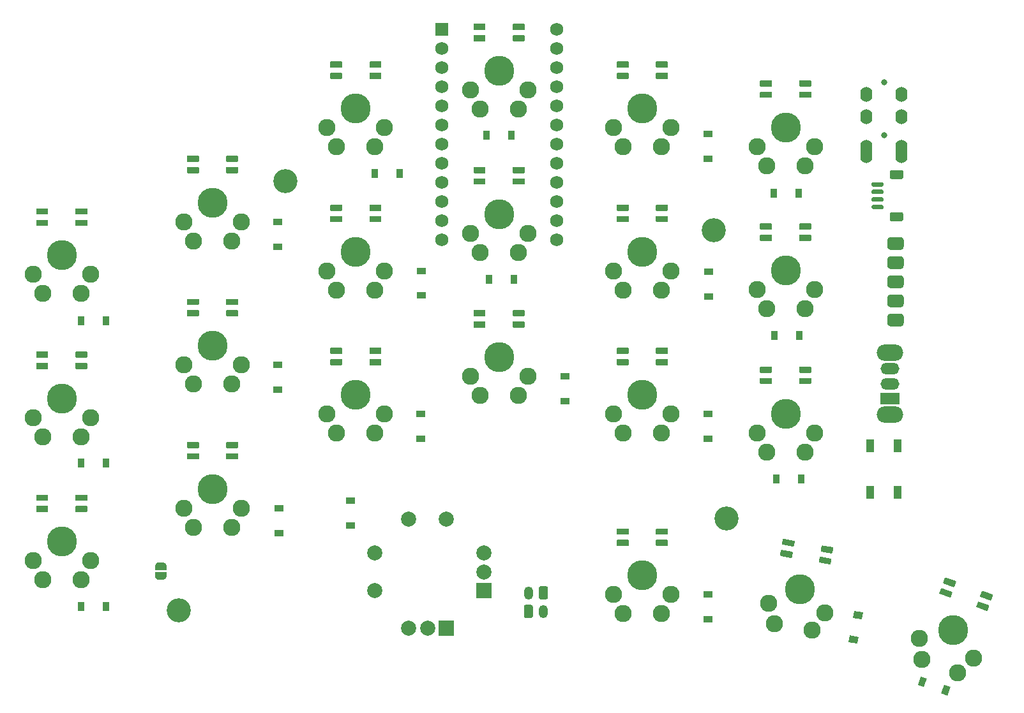
<source format=gbr>
%TF.GenerationSoftware,KiCad,Pcbnew,(5.1.10)-1*%
%TF.CreationDate,2021-12-15T17:12:06-08:00*%
%TF.ProjectId,luakeeb,6c75616b-6565-4622-9e6b-696361645f70,rev?*%
%TF.SameCoordinates,Original*%
%TF.FileFunction,Soldermask,Bot*%
%TF.FilePolarity,Negative*%
%FSLAX46Y46*%
G04 Gerber Fmt 4.6, Leading zero omitted, Abs format (unit mm)*
G04 Created by KiCad (PCBNEW (5.1.10)-1) date 2021-12-15 17:12:06*
%MOMM*%
%LPD*%
G01*
G04 APERTURE LIST*
%ADD10O,3.500000X2.200000*%
%ADD11O,2.500000X1.500000*%
%ADD12R,2.500000X1.500000*%
%ADD13O,1.200000X1.750000*%
%ADD14C,2.286000*%
%ADD15C,3.987800*%
%ADD16R,2.000000X2.000000*%
%ADD17C,2.000000*%
%ADD18C,0.100000*%
%ADD19R,0.900000X1.200000*%
%ADD20C,3.200000*%
%ADD21R,1.100000X1.800000*%
%ADD22O,1.600000X2.000000*%
%ADD23C,0.800000*%
%ADD24R,1.200000X0.900000*%
%ADD25R,1.752600X1.752600*%
%ADD26C,1.752600*%
G04 APERTURE END LIST*
D10*
%TO.C,SW17*%
X150852593Y-77958404D03*
X150852593Y-86158404D03*
D11*
X150852593Y-80058404D03*
X150852593Y-82058404D03*
D12*
X150852593Y-84058404D03*
%TD*%
D13*
%TO.C,J5*%
X104882593Y-112298404D03*
G36*
G01*
X102282593Y-112923405D02*
X102282593Y-111673403D01*
G75*
G02*
X102532592Y-111423404I249999J0D01*
G01*
X103232594Y-111423404D01*
G75*
G02*
X103482593Y-111673403I0J-249999D01*
G01*
X103482593Y-112923405D01*
G75*
G02*
X103232594Y-113173404I-249999J0D01*
G01*
X102532592Y-113173404D01*
G75*
G02*
X102282593Y-112923405I0J249999D01*
G01*
G37*
%TD*%
%TO.C,J4*%
X102872593Y-109818404D03*
G36*
G01*
X105472593Y-109193403D02*
X105472593Y-110443405D01*
G75*
G02*
X105222594Y-110693404I-249999J0D01*
G01*
X104522592Y-110693404D01*
G75*
G02*
X104272593Y-110443405I0J249999D01*
G01*
X104272593Y-109193403D01*
G75*
G02*
X104522592Y-108943404I249999J0D01*
G01*
X105222594Y-108943404D01*
G75*
G02*
X105472593Y-109193403I0J-249999D01*
G01*
G37*
%TD*%
%TO.C,J2*%
G36*
G01*
X152362594Y-54898404D02*
X151062592Y-54898404D01*
G75*
G02*
X150812593Y-54648405I0J249999D01*
G01*
X150812593Y-53948403D01*
G75*
G02*
X151062592Y-53698404I249999J0D01*
G01*
X152362594Y-53698404D01*
G75*
G02*
X152612593Y-53948403I0J-249999D01*
G01*
X152612593Y-54648405D01*
G75*
G02*
X152362594Y-54898404I-249999J0D01*
G01*
G37*
G36*
G01*
X152362594Y-60498404D02*
X151062592Y-60498404D01*
G75*
G02*
X150812593Y-60248405I0J249999D01*
G01*
X150812593Y-59548403D01*
G75*
G02*
X151062592Y-59298404I249999J0D01*
G01*
X152362594Y-59298404D01*
G75*
G02*
X152612593Y-59548403I0J-249999D01*
G01*
X152612593Y-60248405D01*
G75*
G02*
X152362594Y-60498404I-249999J0D01*
G01*
G37*
G36*
G01*
X149812593Y-55898404D02*
X148562593Y-55898404D01*
G75*
G02*
X148412593Y-55748404I0J150000D01*
G01*
X148412593Y-55448404D01*
G75*
G02*
X148562593Y-55298404I150000J0D01*
G01*
X149812593Y-55298404D01*
G75*
G02*
X149962593Y-55448404I0J-150000D01*
G01*
X149962593Y-55748404D01*
G75*
G02*
X149812593Y-55898404I-150000J0D01*
G01*
G37*
G36*
G01*
X149812593Y-56898404D02*
X148562593Y-56898404D01*
G75*
G02*
X148412593Y-56748404I0J150000D01*
G01*
X148412593Y-56448404D01*
G75*
G02*
X148562593Y-56298404I150000J0D01*
G01*
X149812593Y-56298404D01*
G75*
G02*
X149962593Y-56448404I0J-150000D01*
G01*
X149962593Y-56748404D01*
G75*
G02*
X149812593Y-56898404I-150000J0D01*
G01*
G37*
G36*
G01*
X149812593Y-57898404D02*
X148562593Y-57898404D01*
G75*
G02*
X148412593Y-57748404I0J150000D01*
G01*
X148412593Y-57448404D01*
G75*
G02*
X148562593Y-57298404I150000J0D01*
G01*
X149812593Y-57298404D01*
G75*
G02*
X149962593Y-57448404I0J-150000D01*
G01*
X149962593Y-57748404D01*
G75*
G02*
X149812593Y-57898404I-150000J0D01*
G01*
G37*
G36*
G01*
X149812593Y-58898404D02*
X148562593Y-58898404D01*
G75*
G02*
X148412593Y-58748404I0J150000D01*
G01*
X148412593Y-58448404D01*
G75*
G02*
X148562593Y-58298404I150000J0D01*
G01*
X149812593Y-58298404D01*
G75*
G02*
X149962593Y-58448404I0J-150000D01*
G01*
X149962593Y-58748404D01*
G75*
G02*
X149812593Y-58898404I-150000J0D01*
G01*
G37*
%TD*%
D14*
%TO.C,SW16*%
X44807588Y-105566485D03*
D15*
X40997588Y-103026485D03*
D14*
X38457588Y-108106485D03*
X43537588Y-108106485D03*
X37187588Y-105566485D03*
%TD*%
%TO.C,SW10*%
X44807589Y-86566486D03*
D15*
X40997589Y-84026486D03*
D14*
X38457589Y-89106486D03*
X43537589Y-89106486D03*
X37187589Y-86566486D03*
%TD*%
%TO.C,SW9*%
X44807589Y-67566487D03*
D15*
X40997589Y-65026487D03*
D14*
X38457589Y-70106487D03*
X43537589Y-70106487D03*
X37187589Y-67566487D03*
%TD*%
%TO.C,SW35*%
X161913614Y-118481872D03*
D15*
X159202116Y-114791956D03*
D14*
X155077834Y-118696863D03*
X159851473Y-120434326D03*
X154753156Y-115875679D03*
%TD*%
%TO.C,SW34*%
X142228725Y-112519768D03*
D15*
X138917674Y-109356757D03*
D14*
X135534130Y-113918514D03*
X140536953Y-114800647D03*
X134724490Y-111196569D03*
%TD*%
%TO.C,SW25*%
X140807585Y-88566487D03*
D15*
X136997585Y-86026487D03*
D14*
X134457585Y-91106487D03*
X139537585Y-91106487D03*
X133187585Y-88566487D03*
%TD*%
%TO.C,SW24*%
X121807586Y-86066487D03*
D15*
X117997586Y-83526487D03*
D14*
X115457586Y-88606487D03*
X120537586Y-88606487D03*
X114187586Y-86066487D03*
%TD*%
%TO.C,SW23*%
X102807586Y-81066487D03*
D15*
X98997586Y-78526487D03*
D14*
X96457586Y-83606487D03*
X101537586Y-83606487D03*
X95187586Y-81066487D03*
%TD*%
%TO.C,SW22*%
X83807587Y-86066486D03*
D15*
X79997587Y-83526486D03*
D14*
X77457587Y-88606486D03*
X82537587Y-88606486D03*
X76187587Y-86066486D03*
%TD*%
%TO.C,SW21*%
X64807588Y-98566485D03*
D15*
X60997588Y-96026485D03*
D14*
X58457588Y-101106485D03*
X63537588Y-101106485D03*
X57187588Y-98566485D03*
%TD*%
%TO.C,SW15*%
X140807585Y-69566488D03*
D15*
X136997585Y-67026488D03*
D14*
X134457585Y-72106488D03*
X139537585Y-72106488D03*
X133187585Y-69566488D03*
%TD*%
%TO.C,SW14*%
X121807586Y-67066487D03*
D15*
X117997586Y-64526487D03*
D14*
X115457586Y-69606487D03*
X120537586Y-69606487D03*
X114187586Y-67066487D03*
%TD*%
%TO.C,SW13*%
X102807587Y-62066487D03*
D15*
X98997587Y-59526487D03*
D14*
X96457587Y-64606487D03*
X101537587Y-64606487D03*
X95187587Y-62066487D03*
%TD*%
%TO.C,SW12*%
X83807588Y-67066487D03*
D15*
X79997588Y-64526487D03*
D14*
X77457588Y-69606487D03*
X82537588Y-69606487D03*
X76187588Y-67066487D03*
%TD*%
%TO.C,SW11*%
X64807589Y-79566486D03*
D15*
X60997589Y-77026486D03*
D14*
X58457589Y-82106486D03*
X63537589Y-82106486D03*
X57187589Y-79566486D03*
%TD*%
%TO.C,SW6*%
X121807586Y-110066487D03*
D15*
X117997586Y-107526487D03*
D14*
X115457586Y-112606487D03*
X120537586Y-112606487D03*
X114187586Y-110066487D03*
%TD*%
%TO.C,SW5*%
X140807585Y-50566489D03*
D15*
X136997585Y-48026489D03*
D14*
X134457585Y-53106489D03*
X139537585Y-53106489D03*
X133187585Y-50566489D03*
%TD*%
%TO.C,SW4*%
X121807586Y-48066488D03*
D15*
X117997586Y-45526488D03*
D14*
X115457586Y-50606488D03*
X120537586Y-50606488D03*
X114187586Y-48066488D03*
%TD*%
%TO.C,SW3*%
X102807587Y-43066488D03*
D15*
X98997587Y-40526488D03*
D14*
X96457587Y-45606488D03*
X101537587Y-45606488D03*
X95187587Y-43066488D03*
%TD*%
%TO.C,SW2*%
X83807588Y-48066488D03*
D15*
X79997588Y-45526488D03*
D14*
X77457588Y-50606488D03*
X82537588Y-50606488D03*
X76187588Y-48066488D03*
%TD*%
%TO.C,SW1*%
X64807589Y-60566487D03*
D15*
X60997589Y-58026487D03*
D14*
X58457589Y-63106487D03*
X63537589Y-63106487D03*
X57187589Y-60566487D03*
%TD*%
D16*
%TO.C,SW42*%
X97011926Y-109529268D03*
D17*
X97011926Y-107029268D03*
X97011926Y-104529268D03*
X82511926Y-109529268D03*
X82511926Y-104529268D03*
%TD*%
D18*
%TO.C,JP1*%
G36*
X53391494Y-106272505D02*
G01*
X53391494Y-106247971D01*
X53396304Y-106199140D01*
X53405876Y-106151015D01*
X53420120Y-106104060D01*
X53438897Y-106058727D01*
X53462028Y-106015454D01*
X53489288Y-105974655D01*
X53520416Y-105936726D01*
X53555113Y-105902029D01*
X53593042Y-105870901D01*
X53633841Y-105843641D01*
X53677114Y-105820510D01*
X53722447Y-105801733D01*
X53769402Y-105787489D01*
X53817527Y-105777917D01*
X53866358Y-105773107D01*
X53890892Y-105773107D01*
X53890892Y-105772505D01*
X54390892Y-105772505D01*
X54390892Y-105773107D01*
X54415426Y-105773107D01*
X54464257Y-105777917D01*
X54512382Y-105787489D01*
X54559337Y-105801733D01*
X54604670Y-105820510D01*
X54647943Y-105843641D01*
X54688742Y-105870901D01*
X54726671Y-105902029D01*
X54761368Y-105936726D01*
X54792496Y-105974655D01*
X54819756Y-106015454D01*
X54842887Y-106058727D01*
X54861664Y-106104060D01*
X54875908Y-106151015D01*
X54885480Y-106199140D01*
X54890290Y-106247971D01*
X54890290Y-106272505D01*
X54890892Y-106272505D01*
X54890892Y-106772505D01*
X53390892Y-106772505D01*
X53390892Y-106272505D01*
X53391494Y-106272505D01*
G37*
G36*
X54890892Y-107072505D02*
G01*
X54890892Y-107572505D01*
X54890290Y-107572505D01*
X54890290Y-107597039D01*
X54885480Y-107645870D01*
X54875908Y-107693995D01*
X54861664Y-107740950D01*
X54842887Y-107786283D01*
X54819756Y-107829556D01*
X54792496Y-107870355D01*
X54761368Y-107908284D01*
X54726671Y-107942981D01*
X54688742Y-107974109D01*
X54647943Y-108001369D01*
X54604670Y-108024500D01*
X54559337Y-108043277D01*
X54512382Y-108057521D01*
X54464257Y-108067093D01*
X54415426Y-108071903D01*
X54390892Y-108071903D01*
X54390892Y-108072505D01*
X53890892Y-108072505D01*
X53890892Y-108071903D01*
X53866358Y-108071903D01*
X53817527Y-108067093D01*
X53769402Y-108057521D01*
X53722447Y-108043277D01*
X53677114Y-108024500D01*
X53633841Y-108001369D01*
X53593042Y-107974109D01*
X53555113Y-107942981D01*
X53520416Y-107908284D01*
X53489288Y-107870355D01*
X53462028Y-107829556D01*
X53438897Y-107786283D01*
X53420120Y-107740950D01*
X53405876Y-107693995D01*
X53396304Y-107645870D01*
X53391494Y-107597039D01*
X53391494Y-107572505D01*
X53390892Y-107572505D01*
X53390892Y-107072505D01*
X54890892Y-107072505D01*
G37*
%TD*%
D19*
%TO.C,D86*%
X43542393Y-111673704D03*
X46842393Y-111673704D03*
%TD*%
%TO.C,D83*%
X46842393Y-92572904D03*
X43542393Y-92572904D03*
%TD*%
%TO.C,D82*%
X43580493Y-73700704D03*
X46880493Y-73700704D03*
%TD*%
%TO.C,D79*%
G36*
G01*
X39115589Y-59606488D02*
X37679589Y-59606488D01*
G75*
G02*
X37597589Y-59524488I0J82000D01*
G01*
X37597589Y-58868488D01*
G75*
G02*
X37679589Y-58786488I82000J0D01*
G01*
X39115589Y-58786488D01*
G75*
G02*
X39197589Y-58868488I0J-82000D01*
G01*
X39197589Y-59524488D01*
G75*
G02*
X39115589Y-59606488I-82000J0D01*
G01*
G37*
G36*
G01*
X39115589Y-61106488D02*
X37679589Y-61106488D01*
G75*
G02*
X37597589Y-61024488I0J82000D01*
G01*
X37597589Y-60368488D01*
G75*
G02*
X37679589Y-60286488I82000J0D01*
G01*
X39115589Y-60286488D01*
G75*
G02*
X39197589Y-60368488I0J-82000D01*
G01*
X39197589Y-61024488D01*
G75*
G02*
X39115589Y-61106488I-82000J0D01*
G01*
G37*
G36*
G01*
X44315589Y-59606488D02*
X42879589Y-59606488D01*
G75*
G02*
X42797589Y-59524488I0J82000D01*
G01*
X42797589Y-58868488D01*
G75*
G02*
X42879589Y-58786488I82000J0D01*
G01*
X44315589Y-58786488D01*
G75*
G02*
X44397589Y-58868488I0J-82000D01*
G01*
X44397589Y-59524488D01*
G75*
G02*
X44315589Y-59606488I-82000J0D01*
G01*
G37*
G36*
G01*
X44315589Y-61106488D02*
X42879589Y-61106488D01*
G75*
G02*
X42797589Y-61024488I0J82000D01*
G01*
X42797589Y-60368488D01*
G75*
G02*
X42879589Y-60286488I82000J0D01*
G01*
X44315589Y-60286488D01*
G75*
G02*
X44397589Y-60368488I0J-82000D01*
G01*
X44397589Y-61024488D01*
G75*
G02*
X44315589Y-61106488I-82000J0D01*
G01*
G37*
%TD*%
%TO.C,D77*%
G36*
G01*
X39115589Y-78606487D02*
X37679589Y-78606487D01*
G75*
G02*
X37597589Y-78524487I0J82000D01*
G01*
X37597589Y-77868487D01*
G75*
G02*
X37679589Y-77786487I82000J0D01*
G01*
X39115589Y-77786487D01*
G75*
G02*
X39197589Y-77868487I0J-82000D01*
G01*
X39197589Y-78524487D01*
G75*
G02*
X39115589Y-78606487I-82000J0D01*
G01*
G37*
G36*
G01*
X39115589Y-80106487D02*
X37679589Y-80106487D01*
G75*
G02*
X37597589Y-80024487I0J82000D01*
G01*
X37597589Y-79368487D01*
G75*
G02*
X37679589Y-79286487I82000J0D01*
G01*
X39115589Y-79286487D01*
G75*
G02*
X39197589Y-79368487I0J-82000D01*
G01*
X39197589Y-80024487D01*
G75*
G02*
X39115589Y-80106487I-82000J0D01*
G01*
G37*
G36*
G01*
X44315589Y-78606487D02*
X42879589Y-78606487D01*
G75*
G02*
X42797589Y-78524487I0J82000D01*
G01*
X42797589Y-77868487D01*
G75*
G02*
X42879589Y-77786487I82000J0D01*
G01*
X44315589Y-77786487D01*
G75*
G02*
X44397589Y-77868487I0J-82000D01*
G01*
X44397589Y-78524487D01*
G75*
G02*
X44315589Y-78606487I-82000J0D01*
G01*
G37*
G36*
G01*
X44315589Y-80106487D02*
X42879589Y-80106487D01*
G75*
G02*
X42797589Y-80024487I0J82000D01*
G01*
X42797589Y-79368487D01*
G75*
G02*
X42879589Y-79286487I82000J0D01*
G01*
X44315589Y-79286487D01*
G75*
G02*
X44397589Y-79368487I0J-82000D01*
G01*
X44397589Y-80024487D01*
G75*
G02*
X44315589Y-80106487I-82000J0D01*
G01*
G37*
%TD*%
%TO.C,D75*%
G36*
G01*
X39115588Y-97606486D02*
X37679588Y-97606486D01*
G75*
G02*
X37597588Y-97524486I0J82000D01*
G01*
X37597588Y-96868486D01*
G75*
G02*
X37679588Y-96786486I82000J0D01*
G01*
X39115588Y-96786486D01*
G75*
G02*
X39197588Y-96868486I0J-82000D01*
G01*
X39197588Y-97524486D01*
G75*
G02*
X39115588Y-97606486I-82000J0D01*
G01*
G37*
G36*
G01*
X39115588Y-99106486D02*
X37679588Y-99106486D01*
G75*
G02*
X37597588Y-99024486I0J82000D01*
G01*
X37597588Y-98368486D01*
G75*
G02*
X37679588Y-98286486I82000J0D01*
G01*
X39115588Y-98286486D01*
G75*
G02*
X39197588Y-98368486I0J-82000D01*
G01*
X39197588Y-99024486D01*
G75*
G02*
X39115588Y-99106486I-82000J0D01*
G01*
G37*
G36*
G01*
X44315588Y-97606486D02*
X42879588Y-97606486D01*
G75*
G02*
X42797588Y-97524486I0J82000D01*
G01*
X42797588Y-96868486D01*
G75*
G02*
X42879588Y-96786486I82000J0D01*
G01*
X44315588Y-96786486D01*
G75*
G02*
X44397588Y-96868486I0J-82000D01*
G01*
X44397588Y-97524486D01*
G75*
G02*
X44315588Y-97606486I-82000J0D01*
G01*
G37*
G36*
G01*
X44315588Y-99106486D02*
X42879588Y-99106486D01*
G75*
G02*
X42797588Y-99024486I0J82000D01*
G01*
X42797588Y-98368486D01*
G75*
G02*
X42879588Y-98286486I82000J0D01*
G01*
X44315588Y-98286486D01*
G75*
G02*
X44397588Y-98368486I0J-82000D01*
G01*
X44397588Y-99024486D01*
G75*
G02*
X44315588Y-99106486I-82000J0D01*
G01*
G37*
%TD*%
D20*
%TO.C,*%
X56477588Y-112136485D03*
%TD*%
%TO.C,*%
X70637589Y-55176487D03*
%TD*%
%TO.C,*%
X127487585Y-61716488D03*
%TD*%
%TO.C,*%
X129187674Y-99986757D03*
%TD*%
D16*
%TO.C,SW7*%
X92011926Y-114529268D03*
D17*
X89511926Y-114529268D03*
X87011926Y-114529268D03*
X92011926Y-100029268D03*
X87011926Y-100029268D03*
%TD*%
D21*
%TO.C,SW8*%
X151893593Y-96474804D03*
X148193593Y-90274804D03*
X148193593Y-96474804D03*
X151893593Y-90274804D03*
%TD*%
%TO.C,D48*%
G36*
G01*
X97115587Y-35106489D02*
X95679587Y-35106489D01*
G75*
G02*
X95597587Y-35024489I0J82000D01*
G01*
X95597587Y-34368489D01*
G75*
G02*
X95679587Y-34286489I82000J0D01*
G01*
X97115587Y-34286489D01*
G75*
G02*
X97197587Y-34368489I0J-82000D01*
G01*
X97197587Y-35024489D01*
G75*
G02*
X97115587Y-35106489I-82000J0D01*
G01*
G37*
G36*
G01*
X97115587Y-36606489D02*
X95679587Y-36606489D01*
G75*
G02*
X95597587Y-36524489I0J82000D01*
G01*
X95597587Y-35868489D01*
G75*
G02*
X95679587Y-35786489I82000J0D01*
G01*
X97115587Y-35786489D01*
G75*
G02*
X97197587Y-35868489I0J-82000D01*
G01*
X97197587Y-36524489D01*
G75*
G02*
X97115587Y-36606489I-82000J0D01*
G01*
G37*
G36*
G01*
X102315587Y-35106489D02*
X100879587Y-35106489D01*
G75*
G02*
X100797587Y-35024489I0J82000D01*
G01*
X100797587Y-34368489D01*
G75*
G02*
X100879587Y-34286489I82000J0D01*
G01*
X102315587Y-34286489D01*
G75*
G02*
X102397587Y-34368489I0J-82000D01*
G01*
X102397587Y-35024489D01*
G75*
G02*
X102315587Y-35106489I-82000J0D01*
G01*
G37*
G36*
G01*
X102315587Y-36606489D02*
X100879587Y-36606489D01*
G75*
G02*
X100797587Y-36524489I0J82000D01*
G01*
X100797587Y-35868489D01*
G75*
G02*
X100879587Y-35786489I82000J0D01*
G01*
X102315587Y-35786489D01*
G75*
G02*
X102397587Y-35868489I0J-82000D01*
G01*
X102397587Y-36524489D01*
G75*
G02*
X102315587Y-36606489I-82000J0D01*
G01*
G37*
%TD*%
%TO.C,J1*%
G36*
G01*
X152679593Y-63016404D02*
X152679593Y-63866404D01*
G75*
G02*
X152254593Y-64291404I-425000J0D01*
G01*
X150904593Y-64291404D01*
G75*
G02*
X150479593Y-63866404I0J425000D01*
G01*
X150479593Y-63016404D01*
G75*
G02*
X150904593Y-62591404I425000J0D01*
G01*
X152254593Y-62591404D01*
G75*
G02*
X152679593Y-63016404I0J-425000D01*
G01*
G37*
G36*
G01*
X152254593Y-66831404D02*
X150904593Y-66831404D01*
G75*
G02*
X150479593Y-66406404I0J425000D01*
G01*
X150479593Y-65556404D01*
G75*
G02*
X150904593Y-65131404I425000J0D01*
G01*
X152254593Y-65131404D01*
G75*
G02*
X152679593Y-65556404I0J-425000D01*
G01*
X152679593Y-66406404D01*
G75*
G02*
X152254593Y-66831404I-425000J0D01*
G01*
G37*
G36*
G01*
X152254593Y-69371404D02*
X150904593Y-69371404D01*
G75*
G02*
X150479593Y-68946404I0J425000D01*
G01*
X150479593Y-68096404D01*
G75*
G02*
X150904593Y-67671404I425000J0D01*
G01*
X152254593Y-67671404D01*
G75*
G02*
X152679593Y-68096404I0J-425000D01*
G01*
X152679593Y-68946404D01*
G75*
G02*
X152254593Y-69371404I-425000J0D01*
G01*
G37*
G36*
G01*
X152254593Y-71911404D02*
X150904593Y-71911404D01*
G75*
G02*
X150479593Y-71486404I0J425000D01*
G01*
X150479593Y-70636404D01*
G75*
G02*
X150904593Y-70211404I425000J0D01*
G01*
X152254593Y-70211404D01*
G75*
G02*
X152679593Y-70636404I0J-425000D01*
G01*
X152679593Y-71486404D01*
G75*
G02*
X152254593Y-71911404I-425000J0D01*
G01*
G37*
G36*
G01*
X152254593Y-74451404D02*
X150904593Y-74451404D01*
G75*
G02*
X150479593Y-74026404I0J425000D01*
G01*
X150479593Y-73176404D01*
G75*
G02*
X150904593Y-72751404I425000J0D01*
G01*
X152254593Y-72751404D01*
G75*
G02*
X152679593Y-73176404I0J-425000D01*
G01*
X152679593Y-74026404D01*
G75*
G02*
X152254593Y-74451404I-425000J0D01*
G01*
G37*
%TD*%
D22*
%TO.C,U4*%
X152343593Y-51739404D03*
X147743593Y-50639404D03*
X147743593Y-43639404D03*
D23*
X150043593Y-49039404D03*
X150043593Y-42039404D03*
D22*
X147743593Y-46639404D03*
%TD*%
%TO.C,U3*%
X147743593Y-51739404D03*
X152343593Y-50639404D03*
X152343593Y-43639404D03*
D23*
X150043593Y-49039404D03*
X150043593Y-42039404D03*
D22*
X152343593Y-46639404D03*
%TD*%
%TO.C,D51*%
G36*
G01*
X116115586Y-78106488D02*
X114679586Y-78106488D01*
G75*
G02*
X114597586Y-78024488I0J82000D01*
G01*
X114597586Y-77368488D01*
G75*
G02*
X114679586Y-77286488I82000J0D01*
G01*
X116115586Y-77286488D01*
G75*
G02*
X116197586Y-77368488I0J-82000D01*
G01*
X116197586Y-78024488D01*
G75*
G02*
X116115586Y-78106488I-82000J0D01*
G01*
G37*
G36*
G01*
X116115586Y-79606488D02*
X114679586Y-79606488D01*
G75*
G02*
X114597586Y-79524488I0J82000D01*
G01*
X114597586Y-78868488D01*
G75*
G02*
X114679586Y-78786488I82000J0D01*
G01*
X116115586Y-78786488D01*
G75*
G02*
X116197586Y-78868488I0J-82000D01*
G01*
X116197586Y-79524488D01*
G75*
G02*
X116115586Y-79606488I-82000J0D01*
G01*
G37*
G36*
G01*
X121315586Y-78106488D02*
X119879586Y-78106488D01*
G75*
G02*
X119797586Y-78024488I0J82000D01*
G01*
X119797586Y-77368488D01*
G75*
G02*
X119879586Y-77286488I82000J0D01*
G01*
X121315586Y-77286488D01*
G75*
G02*
X121397586Y-77368488I0J-82000D01*
G01*
X121397586Y-78024488D01*
G75*
G02*
X121315586Y-78106488I-82000J0D01*
G01*
G37*
G36*
G01*
X121315586Y-79606488D02*
X119879586Y-79606488D01*
G75*
G02*
X119797586Y-79524488I0J82000D01*
G01*
X119797586Y-78868488D01*
G75*
G02*
X119879586Y-78786488I82000J0D01*
G01*
X121315586Y-78786488D01*
G75*
G02*
X121397586Y-78868488I0J-82000D01*
G01*
X121397586Y-79524488D01*
G75*
G02*
X121315586Y-79606488I-82000J0D01*
G01*
G37*
%TD*%
D24*
%TO.C,D6*%
X126726393Y-110061804D03*
X126726393Y-113361804D03*
%TD*%
D25*
%TO.C,U1*%
X91369593Y-34978404D03*
D26*
X91369593Y-37518404D03*
X91369593Y-40058404D03*
X91369593Y-42598404D03*
X91369593Y-45138404D03*
X91369593Y-47678404D03*
X91369593Y-50218404D03*
X91369593Y-52758404D03*
X91369593Y-55298404D03*
X91369593Y-57838404D03*
X91369593Y-60378404D03*
X106609593Y-62918404D03*
X106609593Y-60378404D03*
X106609593Y-57838404D03*
X106609593Y-55298404D03*
X106609593Y-52758404D03*
X106609593Y-50218404D03*
X106609593Y-47678404D03*
X106609593Y-45138404D03*
X106609593Y-42598404D03*
X106609593Y-40058404D03*
X106609593Y-37518404D03*
X91369593Y-62918404D03*
X106609593Y-34978404D03*
%TD*%
%TO.C,D59*%
G36*
G01*
X138005439Y-103692294D02*
X136591255Y-103442936D01*
G75*
G02*
X136524740Y-103347943I14239J80754D01*
G01*
X136638654Y-102701909D01*
G75*
G02*
X136733647Y-102635394I80754J-14239D01*
G01*
X138147831Y-102884752D01*
G75*
G02*
X138214346Y-102979745I-14239J-80754D01*
G01*
X138100432Y-103625779D01*
G75*
G02*
X138005439Y-103692294I-80754J14239D01*
G01*
G37*
G36*
G01*
X137744966Y-105169505D02*
X136330782Y-104920147D01*
G75*
G02*
X136264267Y-104825154I14239J80754D01*
G01*
X136378181Y-104179120D01*
G75*
G02*
X136473174Y-104112605I80754J-14239D01*
G01*
X137887358Y-104361963D01*
G75*
G02*
X137953873Y-104456956I-14239J-80754D01*
G01*
X137839959Y-105102990D01*
G75*
G02*
X137744966Y-105169505I-80754J14239D01*
G01*
G37*
G36*
G01*
X143126439Y-104595264D02*
X141712255Y-104345906D01*
G75*
G02*
X141645740Y-104250913I14239J80754D01*
G01*
X141759654Y-103604879D01*
G75*
G02*
X141854647Y-103538364I80754J-14239D01*
G01*
X143268831Y-103787722D01*
G75*
G02*
X143335346Y-103882715I-14239J-80754D01*
G01*
X143221432Y-104528749D01*
G75*
G02*
X143126439Y-104595264I-80754J14239D01*
G01*
G37*
G36*
G01*
X142865967Y-106072476D02*
X141451783Y-105823118D01*
G75*
G02*
X141385268Y-105728125I14239J80754D01*
G01*
X141499182Y-105082091D01*
G75*
G02*
X141594175Y-105015576I80754J-14239D01*
G01*
X143008359Y-105264934D01*
G75*
G02*
X143074874Y-105359927I-14239J-80754D01*
G01*
X142960960Y-106005961D01*
G75*
G02*
X142865967Y-106072476I-80754J14239D01*
G01*
G37*
%TD*%
%TO.C,D57*%
G36*
G01*
X116115586Y-102106488D02*
X114679586Y-102106488D01*
G75*
G02*
X114597586Y-102024488I0J82000D01*
G01*
X114597586Y-101368488D01*
G75*
G02*
X114679586Y-101286488I82000J0D01*
G01*
X116115586Y-101286488D01*
G75*
G02*
X116197586Y-101368488I0J-82000D01*
G01*
X116197586Y-102024488D01*
G75*
G02*
X116115586Y-102106488I-82000J0D01*
G01*
G37*
G36*
G01*
X116115586Y-103606488D02*
X114679586Y-103606488D01*
G75*
G02*
X114597586Y-103524488I0J82000D01*
G01*
X114597586Y-102868488D01*
G75*
G02*
X114679586Y-102786488I82000J0D01*
G01*
X116115586Y-102786488D01*
G75*
G02*
X116197586Y-102868488I0J-82000D01*
G01*
X116197586Y-103524488D01*
G75*
G02*
X116115586Y-103606488I-82000J0D01*
G01*
G37*
G36*
G01*
X121315586Y-102106488D02*
X119879586Y-102106488D01*
G75*
G02*
X119797586Y-102024488I0J82000D01*
G01*
X119797586Y-101368488D01*
G75*
G02*
X119879586Y-101286488I82000J0D01*
G01*
X121315586Y-101286488D01*
G75*
G02*
X121397586Y-101368488I0J-82000D01*
G01*
X121397586Y-102024488D01*
G75*
G02*
X121315586Y-102106488I-82000J0D01*
G01*
G37*
G36*
G01*
X121315586Y-103606488D02*
X119879586Y-103606488D01*
G75*
G02*
X119797586Y-103524488I0J82000D01*
G01*
X119797586Y-102868488D01*
G75*
G02*
X119879586Y-102786488I82000J0D01*
G01*
X121315586Y-102786488D01*
G75*
G02*
X121397586Y-102868488I0J-82000D01*
G01*
X121397586Y-103524488D01*
G75*
G02*
X121315586Y-103606488I-82000J0D01*
G01*
G37*
%TD*%
%TO.C,D60*%
G36*
G01*
X159287363Y-109055142D02*
X157937964Y-108564001D01*
G75*
G02*
X157888955Y-108458900I28046J77055D01*
G01*
X158113320Y-107842461D01*
G75*
G02*
X158218421Y-107793452I77055J-28046D01*
G01*
X159567820Y-108284593D01*
G75*
G02*
X159616829Y-108389694I-28046J-77055D01*
G01*
X159392464Y-109006133D01*
G75*
G02*
X159287363Y-109055142I-77055J28046D01*
G01*
G37*
G36*
G01*
X158774333Y-110464681D02*
X157424934Y-109973540D01*
G75*
G02*
X157375925Y-109868439I28046J77055D01*
G01*
X157600290Y-109252000D01*
G75*
G02*
X157705391Y-109202991I77055J-28046D01*
G01*
X159054790Y-109694132D01*
G75*
G02*
X159103799Y-109799233I-28046J-77055D01*
G01*
X158879434Y-110415672D01*
G75*
G02*
X158774333Y-110464681I-77055J28046D01*
G01*
G37*
G36*
G01*
X164173765Y-110833646D02*
X162824366Y-110342505D01*
G75*
G02*
X162775357Y-110237404I28046J77055D01*
G01*
X162999722Y-109620965D01*
G75*
G02*
X163104823Y-109571956I77055J-28046D01*
G01*
X164454222Y-110063097D01*
G75*
G02*
X164503231Y-110168198I-28046J-77055D01*
G01*
X164278866Y-110784637D01*
G75*
G02*
X164173765Y-110833646I-77055J28046D01*
G01*
G37*
G36*
G01*
X163660735Y-112243185D02*
X162311336Y-111752044D01*
G75*
G02*
X162262327Y-111646943I28046J77055D01*
G01*
X162486692Y-111030504D01*
G75*
G02*
X162591793Y-110981495I77055J-28046D01*
G01*
X163941192Y-111472636D01*
G75*
G02*
X163990201Y-111577737I-28046J-77055D01*
G01*
X163765836Y-112194176D01*
G75*
G02*
X163660735Y-112243185I-77055J28046D01*
G01*
G37*
%TD*%
%TO.C,D56*%
G36*
G01*
X135115585Y-80606488D02*
X133679585Y-80606488D01*
G75*
G02*
X133597585Y-80524488I0J82000D01*
G01*
X133597585Y-79868488D01*
G75*
G02*
X133679585Y-79786488I82000J0D01*
G01*
X135115585Y-79786488D01*
G75*
G02*
X135197585Y-79868488I0J-82000D01*
G01*
X135197585Y-80524488D01*
G75*
G02*
X135115585Y-80606488I-82000J0D01*
G01*
G37*
G36*
G01*
X135115585Y-82106488D02*
X133679585Y-82106488D01*
G75*
G02*
X133597585Y-82024488I0J82000D01*
G01*
X133597585Y-81368488D01*
G75*
G02*
X133679585Y-81286488I82000J0D01*
G01*
X135115585Y-81286488D01*
G75*
G02*
X135197585Y-81368488I0J-82000D01*
G01*
X135197585Y-82024488D01*
G75*
G02*
X135115585Y-82106488I-82000J0D01*
G01*
G37*
G36*
G01*
X140315585Y-80606488D02*
X138879585Y-80606488D01*
G75*
G02*
X138797585Y-80524488I0J82000D01*
G01*
X138797585Y-79868488D01*
G75*
G02*
X138879585Y-79786488I82000J0D01*
G01*
X140315585Y-79786488D01*
G75*
G02*
X140397585Y-79868488I0J-82000D01*
G01*
X140397585Y-80524488D01*
G75*
G02*
X140315585Y-80606488I-82000J0D01*
G01*
G37*
G36*
G01*
X140315585Y-82106488D02*
X138879585Y-82106488D01*
G75*
G02*
X138797585Y-82024488I0J82000D01*
G01*
X138797585Y-81368488D01*
G75*
G02*
X138879585Y-81286488I82000J0D01*
G01*
X140315585Y-81286488D01*
G75*
G02*
X140397585Y-81368488I0J-82000D01*
G01*
X140397585Y-82024488D01*
G75*
G02*
X140315585Y-82106488I-82000J0D01*
G01*
G37*
%TD*%
D24*
%TO.C,D81*%
X79322593Y-100868404D03*
X79322593Y-97568404D03*
%TD*%
%TO.C,D45*%
G36*
G01*
X78115587Y-78106487D02*
X76679587Y-78106487D01*
G75*
G02*
X76597587Y-78024487I0J82000D01*
G01*
X76597587Y-77368487D01*
G75*
G02*
X76679587Y-77286487I82000J0D01*
G01*
X78115587Y-77286487D01*
G75*
G02*
X78197587Y-77368487I0J-82000D01*
G01*
X78197587Y-78024487D01*
G75*
G02*
X78115587Y-78106487I-82000J0D01*
G01*
G37*
G36*
G01*
X78115587Y-79606487D02*
X76679587Y-79606487D01*
G75*
G02*
X76597587Y-79524487I0J82000D01*
G01*
X76597587Y-78868487D01*
G75*
G02*
X76679587Y-78786487I82000J0D01*
G01*
X78115587Y-78786487D01*
G75*
G02*
X78197587Y-78868487I0J-82000D01*
G01*
X78197587Y-79524487D01*
G75*
G02*
X78115587Y-79606487I-82000J0D01*
G01*
G37*
G36*
G01*
X83315587Y-78106487D02*
X81879587Y-78106487D01*
G75*
G02*
X81797587Y-78024487I0J82000D01*
G01*
X81797587Y-77368487D01*
G75*
G02*
X81879587Y-77286487I82000J0D01*
G01*
X83315587Y-77286487D01*
G75*
G02*
X83397587Y-77368487I0J-82000D01*
G01*
X83397587Y-78024487D01*
G75*
G02*
X83315587Y-78106487I-82000J0D01*
G01*
G37*
G36*
G01*
X83315587Y-79606487D02*
X81879587Y-79606487D01*
G75*
G02*
X81797587Y-79524487I0J82000D01*
G01*
X81797587Y-78868487D01*
G75*
G02*
X81879587Y-78786487I82000J0D01*
G01*
X83315587Y-78786487D01*
G75*
G02*
X83397587Y-78868487I0J-82000D01*
G01*
X83397587Y-79524487D01*
G75*
G02*
X83315587Y-79606487I-82000J0D01*
G01*
G37*
%TD*%
%TO.C,D53*%
G36*
G01*
X116115586Y-40106489D02*
X114679586Y-40106489D01*
G75*
G02*
X114597586Y-40024489I0J82000D01*
G01*
X114597586Y-39368489D01*
G75*
G02*
X114679586Y-39286489I82000J0D01*
G01*
X116115586Y-39286489D01*
G75*
G02*
X116197586Y-39368489I0J-82000D01*
G01*
X116197586Y-40024489D01*
G75*
G02*
X116115586Y-40106489I-82000J0D01*
G01*
G37*
G36*
G01*
X116115586Y-41606489D02*
X114679586Y-41606489D01*
G75*
G02*
X114597586Y-41524489I0J82000D01*
G01*
X114597586Y-40868489D01*
G75*
G02*
X114679586Y-40786489I82000J0D01*
G01*
X116115586Y-40786489D01*
G75*
G02*
X116197586Y-40868489I0J-82000D01*
G01*
X116197586Y-41524489D01*
G75*
G02*
X116115586Y-41606489I-82000J0D01*
G01*
G37*
G36*
G01*
X121315586Y-40106489D02*
X119879586Y-40106489D01*
G75*
G02*
X119797586Y-40024489I0J82000D01*
G01*
X119797586Y-39368489D01*
G75*
G02*
X119879586Y-39286489I82000J0D01*
G01*
X121315586Y-39286489D01*
G75*
G02*
X121397586Y-39368489I0J-82000D01*
G01*
X121397586Y-40024489D01*
G75*
G02*
X121315586Y-40106489I-82000J0D01*
G01*
G37*
G36*
G01*
X121315586Y-41606489D02*
X119879586Y-41606489D01*
G75*
G02*
X119797586Y-41524489I0J82000D01*
G01*
X119797586Y-40868489D01*
G75*
G02*
X119879586Y-40786489I82000J0D01*
G01*
X121315586Y-40786489D01*
G75*
G02*
X121397586Y-40868489I0J-82000D01*
G01*
X121397586Y-41524489D01*
G75*
G02*
X121315586Y-41606489I-82000J0D01*
G01*
G37*
%TD*%
%TO.C,D52*%
G36*
G01*
X116115586Y-59106488D02*
X114679586Y-59106488D01*
G75*
G02*
X114597586Y-59024488I0J82000D01*
G01*
X114597586Y-58368488D01*
G75*
G02*
X114679586Y-58286488I82000J0D01*
G01*
X116115586Y-58286488D01*
G75*
G02*
X116197586Y-58368488I0J-82000D01*
G01*
X116197586Y-59024488D01*
G75*
G02*
X116115586Y-59106488I-82000J0D01*
G01*
G37*
G36*
G01*
X116115586Y-60606488D02*
X114679586Y-60606488D01*
G75*
G02*
X114597586Y-60524488I0J82000D01*
G01*
X114597586Y-59868488D01*
G75*
G02*
X114679586Y-59786488I82000J0D01*
G01*
X116115586Y-59786488D01*
G75*
G02*
X116197586Y-59868488I0J-82000D01*
G01*
X116197586Y-60524488D01*
G75*
G02*
X116115586Y-60606488I-82000J0D01*
G01*
G37*
G36*
G01*
X121315586Y-59106488D02*
X119879586Y-59106488D01*
G75*
G02*
X119797586Y-59024488I0J82000D01*
G01*
X119797586Y-58368488D01*
G75*
G02*
X119879586Y-58286488I82000J0D01*
G01*
X121315586Y-58286488D01*
G75*
G02*
X121397586Y-58368488I0J-82000D01*
G01*
X121397586Y-59024488D01*
G75*
G02*
X121315586Y-59106488I-82000J0D01*
G01*
G37*
G36*
G01*
X121315586Y-60606488D02*
X119879586Y-60606488D01*
G75*
G02*
X119797586Y-60524488I0J82000D01*
G01*
X119797586Y-59868488D01*
G75*
G02*
X119879586Y-59786488I82000J0D01*
G01*
X121315586Y-59786488D01*
G75*
G02*
X121397586Y-59868488I0J-82000D01*
G01*
X121397586Y-60524488D01*
G75*
G02*
X121315586Y-60606488I-82000J0D01*
G01*
G37*
%TD*%
%TO.C,D54*%
G36*
G01*
X135115585Y-42606490D02*
X133679585Y-42606490D01*
G75*
G02*
X133597585Y-42524490I0J82000D01*
G01*
X133597585Y-41868490D01*
G75*
G02*
X133679585Y-41786490I82000J0D01*
G01*
X135115585Y-41786490D01*
G75*
G02*
X135197585Y-41868490I0J-82000D01*
G01*
X135197585Y-42524490D01*
G75*
G02*
X135115585Y-42606490I-82000J0D01*
G01*
G37*
G36*
G01*
X135115585Y-44106490D02*
X133679585Y-44106490D01*
G75*
G02*
X133597585Y-44024490I0J82000D01*
G01*
X133597585Y-43368490D01*
G75*
G02*
X133679585Y-43286490I82000J0D01*
G01*
X135115585Y-43286490D01*
G75*
G02*
X135197585Y-43368490I0J-82000D01*
G01*
X135197585Y-44024490D01*
G75*
G02*
X135115585Y-44106490I-82000J0D01*
G01*
G37*
G36*
G01*
X140315585Y-42606490D02*
X138879585Y-42606490D01*
G75*
G02*
X138797585Y-42524490I0J82000D01*
G01*
X138797585Y-41868490D01*
G75*
G02*
X138879585Y-41786490I82000J0D01*
G01*
X140315585Y-41786490D01*
G75*
G02*
X140397585Y-41868490I0J-82000D01*
G01*
X140397585Y-42524490D01*
G75*
G02*
X140315585Y-42606490I-82000J0D01*
G01*
G37*
G36*
G01*
X140315585Y-44106490D02*
X138879585Y-44106490D01*
G75*
G02*
X138797585Y-44024490I0J82000D01*
G01*
X138797585Y-43368490D01*
G75*
G02*
X138879585Y-43286490I82000J0D01*
G01*
X140315585Y-43286490D01*
G75*
G02*
X140397585Y-43368490I0J-82000D01*
G01*
X140397585Y-44024490D01*
G75*
G02*
X140315585Y-44106490I-82000J0D01*
G01*
G37*
%TD*%
%TO.C,D50*%
G36*
G01*
X97115586Y-73106488D02*
X95679586Y-73106488D01*
G75*
G02*
X95597586Y-73024488I0J82000D01*
G01*
X95597586Y-72368488D01*
G75*
G02*
X95679586Y-72286488I82000J0D01*
G01*
X97115586Y-72286488D01*
G75*
G02*
X97197586Y-72368488I0J-82000D01*
G01*
X97197586Y-73024488D01*
G75*
G02*
X97115586Y-73106488I-82000J0D01*
G01*
G37*
G36*
G01*
X97115586Y-74606488D02*
X95679586Y-74606488D01*
G75*
G02*
X95597586Y-74524488I0J82000D01*
G01*
X95597586Y-73868488D01*
G75*
G02*
X95679586Y-73786488I82000J0D01*
G01*
X97115586Y-73786488D01*
G75*
G02*
X97197586Y-73868488I0J-82000D01*
G01*
X97197586Y-74524488D01*
G75*
G02*
X97115586Y-74606488I-82000J0D01*
G01*
G37*
G36*
G01*
X102315586Y-73106488D02*
X100879586Y-73106488D01*
G75*
G02*
X100797586Y-73024488I0J82000D01*
G01*
X100797586Y-72368488D01*
G75*
G02*
X100879586Y-72286488I82000J0D01*
G01*
X102315586Y-72286488D01*
G75*
G02*
X102397586Y-72368488I0J-82000D01*
G01*
X102397586Y-73024488D01*
G75*
G02*
X102315586Y-73106488I-82000J0D01*
G01*
G37*
G36*
G01*
X102315586Y-74606488D02*
X100879586Y-74606488D01*
G75*
G02*
X100797586Y-74524488I0J82000D01*
G01*
X100797586Y-73868488D01*
G75*
G02*
X100879586Y-73786488I82000J0D01*
G01*
X102315586Y-73786488D01*
G75*
G02*
X102397586Y-73868488I0J-82000D01*
G01*
X102397586Y-74524488D01*
G75*
G02*
X102315586Y-74606488I-82000J0D01*
G01*
G37*
%TD*%
%TO.C,D43*%
G36*
G01*
X59115588Y-90606486D02*
X57679588Y-90606486D01*
G75*
G02*
X57597588Y-90524486I0J82000D01*
G01*
X57597588Y-89868486D01*
G75*
G02*
X57679588Y-89786486I82000J0D01*
G01*
X59115588Y-89786486D01*
G75*
G02*
X59197588Y-89868486I0J-82000D01*
G01*
X59197588Y-90524486D01*
G75*
G02*
X59115588Y-90606486I-82000J0D01*
G01*
G37*
G36*
G01*
X59115588Y-92106486D02*
X57679588Y-92106486D01*
G75*
G02*
X57597588Y-92024486I0J82000D01*
G01*
X57597588Y-91368486D01*
G75*
G02*
X57679588Y-91286486I82000J0D01*
G01*
X59115588Y-91286486D01*
G75*
G02*
X59197588Y-91368486I0J-82000D01*
G01*
X59197588Y-92024486D01*
G75*
G02*
X59115588Y-92106486I-82000J0D01*
G01*
G37*
G36*
G01*
X64315588Y-90606486D02*
X62879588Y-90606486D01*
G75*
G02*
X62797588Y-90524486I0J82000D01*
G01*
X62797588Y-89868486D01*
G75*
G02*
X62879588Y-89786486I82000J0D01*
G01*
X64315588Y-89786486D01*
G75*
G02*
X64397588Y-89868486I0J-82000D01*
G01*
X64397588Y-90524486D01*
G75*
G02*
X64315588Y-90606486I-82000J0D01*
G01*
G37*
G36*
G01*
X64315588Y-92106486D02*
X62879588Y-92106486D01*
G75*
G02*
X62797588Y-92024486I0J82000D01*
G01*
X62797588Y-91368486D01*
G75*
G02*
X62879588Y-91286486I82000J0D01*
G01*
X64315588Y-91286486D01*
G75*
G02*
X64397588Y-91368486I0J-82000D01*
G01*
X64397588Y-92024486D01*
G75*
G02*
X64315588Y-92106486I-82000J0D01*
G01*
G37*
%TD*%
%TO.C,D49*%
G36*
G01*
X97115587Y-54106488D02*
X95679587Y-54106488D01*
G75*
G02*
X95597587Y-54024488I0J82000D01*
G01*
X95597587Y-53368488D01*
G75*
G02*
X95679587Y-53286488I82000J0D01*
G01*
X97115587Y-53286488D01*
G75*
G02*
X97197587Y-53368488I0J-82000D01*
G01*
X97197587Y-54024488D01*
G75*
G02*
X97115587Y-54106488I-82000J0D01*
G01*
G37*
G36*
G01*
X97115587Y-55606488D02*
X95679587Y-55606488D01*
G75*
G02*
X95597587Y-55524488I0J82000D01*
G01*
X95597587Y-54868488D01*
G75*
G02*
X95679587Y-54786488I82000J0D01*
G01*
X97115587Y-54786488D01*
G75*
G02*
X97197587Y-54868488I0J-82000D01*
G01*
X97197587Y-55524488D01*
G75*
G02*
X97115587Y-55606488I-82000J0D01*
G01*
G37*
G36*
G01*
X102315587Y-54106488D02*
X100879587Y-54106488D01*
G75*
G02*
X100797587Y-54024488I0J82000D01*
G01*
X100797587Y-53368488D01*
G75*
G02*
X100879587Y-53286488I82000J0D01*
G01*
X102315587Y-53286488D01*
G75*
G02*
X102397587Y-53368488I0J-82000D01*
G01*
X102397587Y-54024488D01*
G75*
G02*
X102315587Y-54106488I-82000J0D01*
G01*
G37*
G36*
G01*
X102315587Y-55606488D02*
X100879587Y-55606488D01*
G75*
G02*
X100797587Y-55524488I0J82000D01*
G01*
X100797587Y-54868488D01*
G75*
G02*
X100879587Y-54786488I82000J0D01*
G01*
X102315587Y-54786488D01*
G75*
G02*
X102397587Y-54868488I0J-82000D01*
G01*
X102397587Y-55524488D01*
G75*
G02*
X102315587Y-55606488I-82000J0D01*
G01*
G37*
%TD*%
%TO.C,D46*%
G36*
G01*
X78115588Y-59106488D02*
X76679588Y-59106488D01*
G75*
G02*
X76597588Y-59024488I0J82000D01*
G01*
X76597588Y-58368488D01*
G75*
G02*
X76679588Y-58286488I82000J0D01*
G01*
X78115588Y-58286488D01*
G75*
G02*
X78197588Y-58368488I0J-82000D01*
G01*
X78197588Y-59024488D01*
G75*
G02*
X78115588Y-59106488I-82000J0D01*
G01*
G37*
G36*
G01*
X78115588Y-60606488D02*
X76679588Y-60606488D01*
G75*
G02*
X76597588Y-60524488I0J82000D01*
G01*
X76597588Y-59868488D01*
G75*
G02*
X76679588Y-59786488I82000J0D01*
G01*
X78115588Y-59786488D01*
G75*
G02*
X78197588Y-59868488I0J-82000D01*
G01*
X78197588Y-60524488D01*
G75*
G02*
X78115588Y-60606488I-82000J0D01*
G01*
G37*
G36*
G01*
X83315588Y-59106488D02*
X81879588Y-59106488D01*
G75*
G02*
X81797588Y-59024488I0J82000D01*
G01*
X81797588Y-58368488D01*
G75*
G02*
X81879588Y-58286488I82000J0D01*
G01*
X83315588Y-58286488D01*
G75*
G02*
X83397588Y-58368488I0J-82000D01*
G01*
X83397588Y-59024488D01*
G75*
G02*
X83315588Y-59106488I-82000J0D01*
G01*
G37*
G36*
G01*
X83315588Y-60606488D02*
X81879588Y-60606488D01*
G75*
G02*
X81797588Y-60524488I0J82000D01*
G01*
X81797588Y-59868488D01*
G75*
G02*
X81879588Y-59786488I82000J0D01*
G01*
X83315588Y-59786488D01*
G75*
G02*
X83397588Y-59868488I0J-82000D01*
G01*
X83397588Y-60524488D01*
G75*
G02*
X83315588Y-60606488I-82000J0D01*
G01*
G37*
%TD*%
%TO.C,D42*%
G36*
G01*
X59115589Y-71606487D02*
X57679589Y-71606487D01*
G75*
G02*
X57597589Y-71524487I0J82000D01*
G01*
X57597589Y-70868487D01*
G75*
G02*
X57679589Y-70786487I82000J0D01*
G01*
X59115589Y-70786487D01*
G75*
G02*
X59197589Y-70868487I0J-82000D01*
G01*
X59197589Y-71524487D01*
G75*
G02*
X59115589Y-71606487I-82000J0D01*
G01*
G37*
G36*
G01*
X59115589Y-73106487D02*
X57679589Y-73106487D01*
G75*
G02*
X57597589Y-73024487I0J82000D01*
G01*
X57597589Y-72368487D01*
G75*
G02*
X57679589Y-72286487I82000J0D01*
G01*
X59115589Y-72286487D01*
G75*
G02*
X59197589Y-72368487I0J-82000D01*
G01*
X59197589Y-73024487D01*
G75*
G02*
X59115589Y-73106487I-82000J0D01*
G01*
G37*
G36*
G01*
X64315589Y-71606487D02*
X62879589Y-71606487D01*
G75*
G02*
X62797589Y-71524487I0J82000D01*
G01*
X62797589Y-70868487D01*
G75*
G02*
X62879589Y-70786487I82000J0D01*
G01*
X64315589Y-70786487D01*
G75*
G02*
X64397589Y-70868487I0J-82000D01*
G01*
X64397589Y-71524487D01*
G75*
G02*
X64315589Y-71606487I-82000J0D01*
G01*
G37*
G36*
G01*
X64315589Y-73106487D02*
X62879589Y-73106487D01*
G75*
G02*
X62797589Y-73024487I0J82000D01*
G01*
X62797589Y-72368487D01*
G75*
G02*
X62879589Y-72286487I82000J0D01*
G01*
X64315589Y-72286487D01*
G75*
G02*
X64397589Y-72368487I0J-82000D01*
G01*
X64397589Y-73024487D01*
G75*
G02*
X64315589Y-73106487I-82000J0D01*
G01*
G37*
%TD*%
%TO.C,D55*%
G36*
G01*
X135115585Y-61606489D02*
X133679585Y-61606489D01*
G75*
G02*
X133597585Y-61524489I0J82000D01*
G01*
X133597585Y-60868489D01*
G75*
G02*
X133679585Y-60786489I82000J0D01*
G01*
X135115585Y-60786489D01*
G75*
G02*
X135197585Y-60868489I0J-82000D01*
G01*
X135197585Y-61524489D01*
G75*
G02*
X135115585Y-61606489I-82000J0D01*
G01*
G37*
G36*
G01*
X135115585Y-63106489D02*
X133679585Y-63106489D01*
G75*
G02*
X133597585Y-63024489I0J82000D01*
G01*
X133597585Y-62368489D01*
G75*
G02*
X133679585Y-62286489I82000J0D01*
G01*
X135115585Y-62286489D01*
G75*
G02*
X135197585Y-62368489I0J-82000D01*
G01*
X135197585Y-63024489D01*
G75*
G02*
X135115585Y-63106489I-82000J0D01*
G01*
G37*
G36*
G01*
X140315585Y-61606489D02*
X138879585Y-61606489D01*
G75*
G02*
X138797585Y-61524489I0J82000D01*
G01*
X138797585Y-60868489D01*
G75*
G02*
X138879585Y-60786489I82000J0D01*
G01*
X140315585Y-60786489D01*
G75*
G02*
X140397585Y-60868489I0J-82000D01*
G01*
X140397585Y-61524489D01*
G75*
G02*
X140315585Y-61606489I-82000J0D01*
G01*
G37*
G36*
G01*
X140315585Y-63106489D02*
X138879585Y-63106489D01*
G75*
G02*
X138797585Y-63024489I0J82000D01*
G01*
X138797585Y-62368489D01*
G75*
G02*
X138879585Y-62286489I82000J0D01*
G01*
X140315585Y-62286489D01*
G75*
G02*
X140397585Y-62368489I0J-82000D01*
G01*
X140397585Y-63024489D01*
G75*
G02*
X140315585Y-63106489I-82000J0D01*
G01*
G37*
%TD*%
%TO.C,D47*%
G36*
G01*
X78115588Y-40106489D02*
X76679588Y-40106489D01*
G75*
G02*
X76597588Y-40024489I0J82000D01*
G01*
X76597588Y-39368489D01*
G75*
G02*
X76679588Y-39286489I82000J0D01*
G01*
X78115588Y-39286489D01*
G75*
G02*
X78197588Y-39368489I0J-82000D01*
G01*
X78197588Y-40024489D01*
G75*
G02*
X78115588Y-40106489I-82000J0D01*
G01*
G37*
G36*
G01*
X78115588Y-41606489D02*
X76679588Y-41606489D01*
G75*
G02*
X76597588Y-41524489I0J82000D01*
G01*
X76597588Y-40868489D01*
G75*
G02*
X76679588Y-40786489I82000J0D01*
G01*
X78115588Y-40786489D01*
G75*
G02*
X78197588Y-40868489I0J-82000D01*
G01*
X78197588Y-41524489D01*
G75*
G02*
X78115588Y-41606489I-82000J0D01*
G01*
G37*
G36*
G01*
X83315588Y-40106489D02*
X81879588Y-40106489D01*
G75*
G02*
X81797588Y-40024489I0J82000D01*
G01*
X81797588Y-39368489D01*
G75*
G02*
X81879588Y-39286489I82000J0D01*
G01*
X83315588Y-39286489D01*
G75*
G02*
X83397588Y-39368489I0J-82000D01*
G01*
X83397588Y-40024489D01*
G75*
G02*
X83315588Y-40106489I-82000J0D01*
G01*
G37*
G36*
G01*
X83315588Y-41606489D02*
X81879588Y-41606489D01*
G75*
G02*
X81797588Y-41524489I0J82000D01*
G01*
X81797588Y-40868489D01*
G75*
G02*
X81879588Y-40786489I82000J0D01*
G01*
X83315588Y-40786489D01*
G75*
G02*
X83397588Y-40868489I0J-82000D01*
G01*
X83397588Y-41524489D01*
G75*
G02*
X83315588Y-41606489I-82000J0D01*
G01*
G37*
%TD*%
%TO.C,D41*%
G36*
G01*
X59115589Y-52606488D02*
X57679589Y-52606488D01*
G75*
G02*
X57597589Y-52524488I0J82000D01*
G01*
X57597589Y-51868488D01*
G75*
G02*
X57679589Y-51786488I82000J0D01*
G01*
X59115589Y-51786488D01*
G75*
G02*
X59197589Y-51868488I0J-82000D01*
G01*
X59197589Y-52524488D01*
G75*
G02*
X59115589Y-52606488I-82000J0D01*
G01*
G37*
G36*
G01*
X59115589Y-54106488D02*
X57679589Y-54106488D01*
G75*
G02*
X57597589Y-54024488I0J82000D01*
G01*
X57597589Y-53368488D01*
G75*
G02*
X57679589Y-53286488I82000J0D01*
G01*
X59115589Y-53286488D01*
G75*
G02*
X59197589Y-53368488I0J-82000D01*
G01*
X59197589Y-54024488D01*
G75*
G02*
X59115589Y-54106488I-82000J0D01*
G01*
G37*
G36*
G01*
X64315589Y-52606488D02*
X62879589Y-52606488D01*
G75*
G02*
X62797589Y-52524488I0J82000D01*
G01*
X62797589Y-51868488D01*
G75*
G02*
X62879589Y-51786488I82000J0D01*
G01*
X64315589Y-51786488D01*
G75*
G02*
X64397589Y-51868488I0J-82000D01*
G01*
X64397589Y-52524488D01*
G75*
G02*
X64315589Y-52606488I-82000J0D01*
G01*
G37*
G36*
G01*
X64315589Y-54106488D02*
X62879589Y-54106488D01*
G75*
G02*
X62797589Y-54024488I0J82000D01*
G01*
X62797589Y-53368488D01*
G75*
G02*
X62879589Y-53286488I82000J0D01*
G01*
X64315589Y-53286488D01*
G75*
G02*
X64397589Y-53368488I0J-82000D01*
G01*
X64397589Y-54024488D01*
G75*
G02*
X64315589Y-54106488I-82000J0D01*
G01*
G37*
%TD*%
D18*
%TO.C,D35*%
G36*
X157620812Y-123163544D02*
G01*
X158031236Y-122035912D01*
X158876960Y-122343730D01*
X158466536Y-123471362D01*
X157620812Y-123163544D01*
G37*
G36*
X154519826Y-122034878D02*
G01*
X154930250Y-120907246D01*
X155775974Y-121215064D01*
X155365550Y-122342696D01*
X154519826Y-122034878D01*
G37*
%TD*%
%TO.C,D34*%
G36*
X147083655Y-113326623D02*
G01*
X145901886Y-113118246D01*
X146058169Y-112231919D01*
X147239938Y-112440296D01*
X147083655Y-113326623D01*
G37*
G36*
X146510617Y-116576489D02*
G01*
X145328848Y-116368112D01*
X145485131Y-115481785D01*
X146666900Y-115690162D01*
X146510617Y-116576489D01*
G37*
%TD*%
D19*
%TO.C,D25*%
X139057093Y-94693804D03*
X135757093Y-94693804D03*
%TD*%
D24*
%TO.C,D24*%
X126739093Y-86096904D03*
X126739093Y-89396904D03*
%TD*%
%TO.C,D23*%
X107752593Y-81067704D03*
X107752593Y-84367704D03*
%TD*%
%TO.C,D22*%
X88613693Y-86071504D03*
X88613693Y-89371504D03*
%TD*%
%TO.C,D21*%
X69779593Y-98619104D03*
X69779593Y-101919104D03*
%TD*%
D19*
%TO.C,D15*%
X138777693Y-75694604D03*
X135477693Y-75694604D03*
%TD*%
D24*
%TO.C,D14*%
X126802593Y-67148504D03*
X126802593Y-70448504D03*
%TD*%
D19*
%TO.C,D13*%
X100931693Y-68201604D03*
X97631693Y-68201604D03*
%TD*%
D24*
%TO.C,D12*%
X88677193Y-67059604D03*
X88677193Y-70359604D03*
%TD*%
%TO.C,D11*%
X69677993Y-79569104D03*
X69677993Y-82869104D03*
%TD*%
D19*
%TO.C,D5*%
X138752293Y-56733504D03*
X135452293Y-56733504D03*
%TD*%
D24*
%TO.C,D4*%
X126726393Y-48860504D03*
X126726393Y-52160504D03*
%TD*%
D19*
%TO.C,D3*%
X100626893Y-49100804D03*
X97326893Y-49100804D03*
%TD*%
%TO.C,D2*%
X82518693Y-54168104D03*
X85818693Y-54168104D03*
%TD*%
D24*
%TO.C,D1*%
X69665293Y-60557204D03*
X69665293Y-63857204D03*
%TD*%
M02*

</source>
